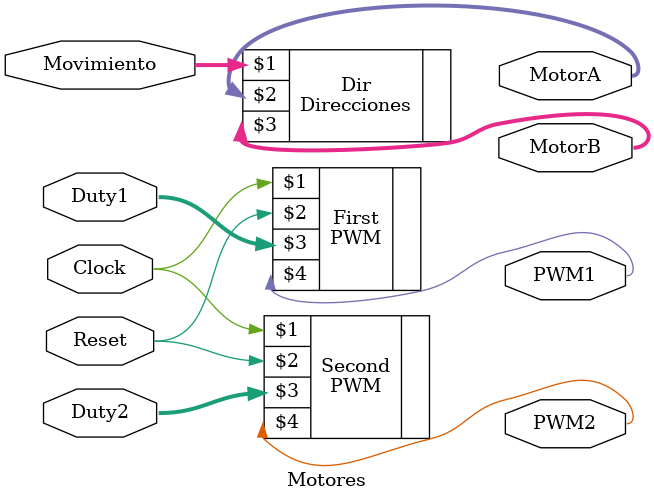
<source format=v>
module Motores(
	input Clock,
	input Reset,
	input [2:0] Movimiento,
	input [6:0] Duty1,
	input [6:0] Duty2,
	output PWM1,
	output PWM2,
	output [1:0] MotorA,
	output [1:0] MotorB
);


PWM First(Clock, Reset, Duty1, PWM1);
PWM Second(Clock, Reset, Duty2, PWM2);
Direcciones Dir(Movimiento, MotorA, MotorB);

endmodule 

</source>
